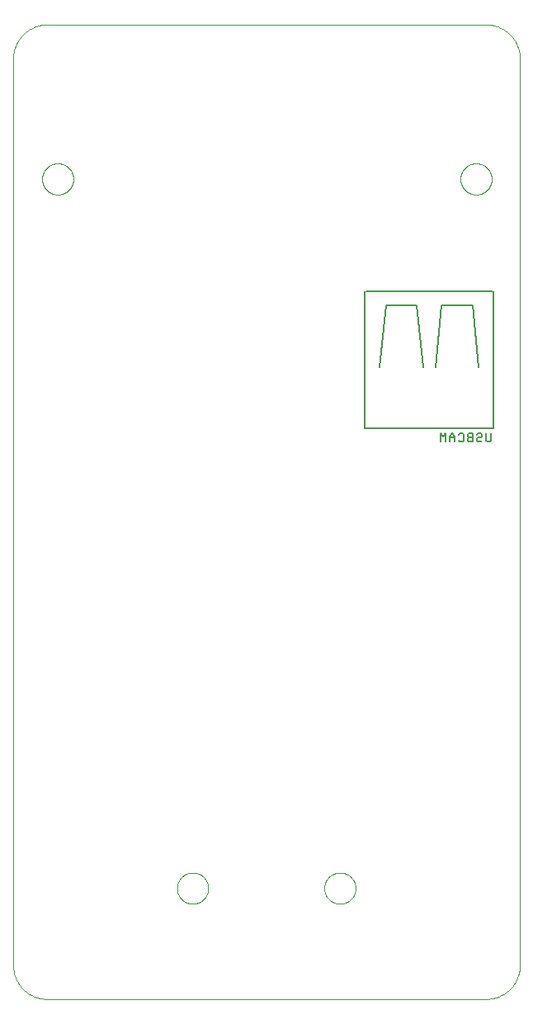
<source format=gbo>
G75*
%MOIN*%
%OFA0B0*%
%FSLAX25Y25*%
%IPPOS*%
%LPD*%
%AMOC8*
5,1,8,0,0,1.08239X$1,22.5*
%
%ADD10C,0.00394*%
%ADD11C,0.00000*%
%ADD12C,0.00500*%
%ADD13C,0.00700*%
D10*
X0008956Y0012414D02*
X0008781Y0012826D01*
X0008606Y0013238D01*
X0008450Y0013660D01*
X0008181Y0014521D01*
X0008067Y0014961D01*
X0007975Y0015408D01*
X0007882Y0015856D01*
X0007812Y0016311D01*
X0007765Y0016773D01*
X0007718Y0017234D01*
X0007693Y0017703D01*
X0007693Y0384792D01*
X0007718Y0385260D01*
X0007812Y0386183D01*
X0007882Y0386639D01*
X0007975Y0387086D01*
X0008067Y0387533D01*
X0008181Y0387973D01*
X0008316Y0388404D01*
X0008450Y0388835D01*
X0008606Y0389257D01*
X0008781Y0389668D01*
X0008956Y0390080D01*
X0009150Y0390482D01*
X0009363Y0390872D01*
X0009576Y0391263D01*
X0009807Y0391642D01*
X0010055Y0392008D01*
X0010303Y0392375D01*
X0010569Y0392729D01*
X0010850Y0393070D01*
X0011131Y0393411D01*
X0011429Y0393738D01*
X0011741Y0394050D01*
X0012053Y0394362D01*
X0012380Y0394659D01*
X0012721Y0394941D01*
X0013061Y0395222D01*
X0013416Y0395488D01*
X0013782Y0395736D01*
X0014149Y0395984D01*
X0014528Y0396215D01*
X0014919Y0396428D01*
X0015309Y0396641D01*
X0015711Y0396835D01*
X0016122Y0397010D01*
X0016534Y0397185D01*
X0016956Y0397341D01*
X0017387Y0397475D01*
X0017818Y0397610D01*
X0018257Y0397724D01*
X0019152Y0397908D01*
X0019607Y0397979D01*
X0020069Y0398026D01*
X0020531Y0398073D01*
X0020999Y0398098D01*
X0199112Y0398098D01*
X0199580Y0398073D01*
X0200042Y0398026D01*
X0200504Y0397979D01*
X0200959Y0397908D01*
X0201854Y0397724D01*
X0202293Y0397610D01*
X0202724Y0397475D01*
X0203155Y0397341D01*
X0203577Y0397185D01*
X0203989Y0397010D01*
X0204400Y0396835D01*
X0204802Y0396641D01*
X0205192Y0396428D01*
X0205583Y0396215D01*
X0205962Y0395984D01*
X0206695Y0395488D01*
X0207050Y0395222D01*
X0207731Y0394659D01*
X0208058Y0394362D01*
X0208682Y0393738D01*
X0208980Y0393411D01*
X0209261Y0393070D01*
X0209542Y0392729D01*
X0209808Y0392375D01*
X0210056Y0392008D01*
X0210304Y0391642D01*
X0210535Y0391263D01*
X0210748Y0390872D01*
X0210961Y0390482D01*
X0211155Y0390080D01*
X0211330Y0389668D01*
X0211505Y0389257D01*
X0211661Y0388835D01*
X0211796Y0388404D01*
X0211930Y0387973D01*
X0212044Y0387533D01*
X0212136Y0387086D01*
X0212229Y0386639D01*
X0212299Y0386183D01*
X0212393Y0385260D01*
X0212418Y0384792D01*
X0212418Y0017676D01*
X0212418Y0017703D02*
X0212393Y0017234D01*
X0212346Y0016773D01*
X0212299Y0016311D01*
X0212229Y0015856D01*
X0212136Y0015408D01*
X0212044Y0014961D01*
X0211930Y0014521D01*
X0211796Y0014090D01*
X0211661Y0013660D01*
X0211505Y0013238D01*
X0211330Y0012826D01*
X0211155Y0012414D01*
X0210961Y0012013D01*
X0210748Y0011622D01*
X0210535Y0011232D01*
X0210304Y0010853D01*
X0210056Y0010486D01*
X0209808Y0010119D01*
X0209542Y0009765D01*
X0209261Y0009424D01*
X0208980Y0009084D01*
X0208682Y0008757D01*
X0208058Y0008132D01*
X0207731Y0007835D01*
X0207390Y0007554D01*
X0207050Y0007272D01*
X0206695Y0007007D01*
X0206329Y0006758D01*
X0205962Y0006510D01*
X0205583Y0006279D01*
X0205192Y0006066D01*
X0204802Y0005853D01*
X0204400Y0005659D01*
X0203989Y0005484D01*
X0203577Y0005309D01*
X0203155Y0005154D01*
X0202724Y0005019D01*
X0202293Y0004884D01*
X0201854Y0004770D01*
X0200959Y0004586D01*
X0200504Y0004516D01*
X0200042Y0004468D01*
X0199580Y0004421D01*
X0199112Y0004397D01*
X0020999Y0004397D01*
X0020531Y0004421D01*
X0020069Y0004468D01*
X0019607Y0004516D01*
X0019152Y0004586D01*
X0018257Y0004770D01*
X0017818Y0004884D01*
X0017387Y0005019D01*
X0016956Y0005154D01*
X0016534Y0005309D01*
X0016122Y0005484D01*
X0015711Y0005659D01*
X0015309Y0005853D01*
X0014919Y0006066D01*
X0014528Y0006279D01*
X0014149Y0006510D01*
X0013782Y0006758D01*
X0013416Y0007007D01*
X0013061Y0007272D01*
X0012721Y0007554D01*
X0012380Y0007835D01*
X0012053Y0008132D01*
X0011741Y0008445D01*
X0011429Y0008757D01*
X0011131Y0009084D01*
X0010850Y0009424D01*
X0010569Y0009765D01*
X0010303Y0010119D01*
X0010055Y0010486D01*
X0009807Y0010853D01*
X0009576Y0011232D01*
X0009363Y0011622D01*
X0009150Y0012013D01*
X0008956Y0012414D01*
D11*
X0073901Y0049200D02*
X0073903Y0049358D01*
X0073909Y0049516D01*
X0073919Y0049674D01*
X0073933Y0049832D01*
X0073951Y0049989D01*
X0073972Y0050146D01*
X0073998Y0050302D01*
X0074028Y0050458D01*
X0074061Y0050613D01*
X0074099Y0050766D01*
X0074140Y0050919D01*
X0074185Y0051071D01*
X0074234Y0051222D01*
X0074287Y0051371D01*
X0074343Y0051519D01*
X0074403Y0051665D01*
X0074467Y0051810D01*
X0074535Y0051953D01*
X0074606Y0052095D01*
X0074680Y0052235D01*
X0074758Y0052372D01*
X0074840Y0052508D01*
X0074924Y0052642D01*
X0075013Y0052773D01*
X0075104Y0052902D01*
X0075199Y0053029D01*
X0075296Y0053154D01*
X0075397Y0053276D01*
X0075501Y0053395D01*
X0075608Y0053512D01*
X0075718Y0053626D01*
X0075831Y0053737D01*
X0075946Y0053846D01*
X0076064Y0053951D01*
X0076185Y0054053D01*
X0076308Y0054153D01*
X0076434Y0054249D01*
X0076562Y0054342D01*
X0076692Y0054432D01*
X0076825Y0054518D01*
X0076960Y0054602D01*
X0077096Y0054681D01*
X0077235Y0054758D01*
X0077376Y0054830D01*
X0077518Y0054900D01*
X0077662Y0054965D01*
X0077808Y0055027D01*
X0077955Y0055085D01*
X0078104Y0055140D01*
X0078254Y0055191D01*
X0078405Y0055238D01*
X0078557Y0055281D01*
X0078710Y0055320D01*
X0078865Y0055356D01*
X0079020Y0055387D01*
X0079176Y0055415D01*
X0079332Y0055439D01*
X0079489Y0055459D01*
X0079647Y0055475D01*
X0079804Y0055487D01*
X0079963Y0055495D01*
X0080121Y0055499D01*
X0080279Y0055499D01*
X0080437Y0055495D01*
X0080596Y0055487D01*
X0080753Y0055475D01*
X0080911Y0055459D01*
X0081068Y0055439D01*
X0081224Y0055415D01*
X0081380Y0055387D01*
X0081535Y0055356D01*
X0081690Y0055320D01*
X0081843Y0055281D01*
X0081995Y0055238D01*
X0082146Y0055191D01*
X0082296Y0055140D01*
X0082445Y0055085D01*
X0082592Y0055027D01*
X0082738Y0054965D01*
X0082882Y0054900D01*
X0083024Y0054830D01*
X0083165Y0054758D01*
X0083304Y0054681D01*
X0083440Y0054602D01*
X0083575Y0054518D01*
X0083708Y0054432D01*
X0083838Y0054342D01*
X0083966Y0054249D01*
X0084092Y0054153D01*
X0084215Y0054053D01*
X0084336Y0053951D01*
X0084454Y0053846D01*
X0084569Y0053737D01*
X0084682Y0053626D01*
X0084792Y0053512D01*
X0084899Y0053395D01*
X0085003Y0053276D01*
X0085104Y0053154D01*
X0085201Y0053029D01*
X0085296Y0052902D01*
X0085387Y0052773D01*
X0085476Y0052642D01*
X0085560Y0052508D01*
X0085642Y0052372D01*
X0085720Y0052235D01*
X0085794Y0052095D01*
X0085865Y0051953D01*
X0085933Y0051810D01*
X0085997Y0051665D01*
X0086057Y0051519D01*
X0086113Y0051371D01*
X0086166Y0051222D01*
X0086215Y0051071D01*
X0086260Y0050919D01*
X0086301Y0050766D01*
X0086339Y0050613D01*
X0086372Y0050458D01*
X0086402Y0050302D01*
X0086428Y0050146D01*
X0086449Y0049989D01*
X0086467Y0049832D01*
X0086481Y0049674D01*
X0086491Y0049516D01*
X0086497Y0049358D01*
X0086499Y0049200D01*
X0086497Y0049042D01*
X0086491Y0048884D01*
X0086481Y0048726D01*
X0086467Y0048568D01*
X0086449Y0048411D01*
X0086428Y0048254D01*
X0086402Y0048098D01*
X0086372Y0047942D01*
X0086339Y0047787D01*
X0086301Y0047634D01*
X0086260Y0047481D01*
X0086215Y0047329D01*
X0086166Y0047178D01*
X0086113Y0047029D01*
X0086057Y0046881D01*
X0085997Y0046735D01*
X0085933Y0046590D01*
X0085865Y0046447D01*
X0085794Y0046305D01*
X0085720Y0046165D01*
X0085642Y0046028D01*
X0085560Y0045892D01*
X0085476Y0045758D01*
X0085387Y0045627D01*
X0085296Y0045498D01*
X0085201Y0045371D01*
X0085104Y0045246D01*
X0085003Y0045124D01*
X0084899Y0045005D01*
X0084792Y0044888D01*
X0084682Y0044774D01*
X0084569Y0044663D01*
X0084454Y0044554D01*
X0084336Y0044449D01*
X0084215Y0044347D01*
X0084092Y0044247D01*
X0083966Y0044151D01*
X0083838Y0044058D01*
X0083708Y0043968D01*
X0083575Y0043882D01*
X0083440Y0043798D01*
X0083304Y0043719D01*
X0083165Y0043642D01*
X0083024Y0043570D01*
X0082882Y0043500D01*
X0082738Y0043435D01*
X0082592Y0043373D01*
X0082445Y0043315D01*
X0082296Y0043260D01*
X0082146Y0043209D01*
X0081995Y0043162D01*
X0081843Y0043119D01*
X0081690Y0043080D01*
X0081535Y0043044D01*
X0081380Y0043013D01*
X0081224Y0042985D01*
X0081068Y0042961D01*
X0080911Y0042941D01*
X0080753Y0042925D01*
X0080596Y0042913D01*
X0080437Y0042905D01*
X0080279Y0042901D01*
X0080121Y0042901D01*
X0079963Y0042905D01*
X0079804Y0042913D01*
X0079647Y0042925D01*
X0079489Y0042941D01*
X0079332Y0042961D01*
X0079176Y0042985D01*
X0079020Y0043013D01*
X0078865Y0043044D01*
X0078710Y0043080D01*
X0078557Y0043119D01*
X0078405Y0043162D01*
X0078254Y0043209D01*
X0078104Y0043260D01*
X0077955Y0043315D01*
X0077808Y0043373D01*
X0077662Y0043435D01*
X0077518Y0043500D01*
X0077376Y0043570D01*
X0077235Y0043642D01*
X0077096Y0043719D01*
X0076960Y0043798D01*
X0076825Y0043882D01*
X0076692Y0043968D01*
X0076562Y0044058D01*
X0076434Y0044151D01*
X0076308Y0044247D01*
X0076185Y0044347D01*
X0076064Y0044449D01*
X0075946Y0044554D01*
X0075831Y0044663D01*
X0075718Y0044774D01*
X0075608Y0044888D01*
X0075501Y0045005D01*
X0075397Y0045124D01*
X0075296Y0045246D01*
X0075199Y0045371D01*
X0075104Y0045498D01*
X0075013Y0045627D01*
X0074924Y0045758D01*
X0074840Y0045892D01*
X0074758Y0046028D01*
X0074680Y0046165D01*
X0074606Y0046305D01*
X0074535Y0046447D01*
X0074467Y0046590D01*
X0074403Y0046735D01*
X0074343Y0046881D01*
X0074287Y0047029D01*
X0074234Y0047178D01*
X0074185Y0047329D01*
X0074140Y0047481D01*
X0074099Y0047634D01*
X0074061Y0047787D01*
X0074028Y0047942D01*
X0073998Y0048098D01*
X0073972Y0048254D01*
X0073951Y0048411D01*
X0073933Y0048568D01*
X0073919Y0048726D01*
X0073909Y0048884D01*
X0073903Y0049042D01*
X0073901Y0049200D01*
X0133401Y0049200D02*
X0133403Y0049358D01*
X0133409Y0049516D01*
X0133419Y0049674D01*
X0133433Y0049832D01*
X0133451Y0049989D01*
X0133472Y0050146D01*
X0133498Y0050302D01*
X0133528Y0050458D01*
X0133561Y0050613D01*
X0133599Y0050766D01*
X0133640Y0050919D01*
X0133685Y0051071D01*
X0133734Y0051222D01*
X0133787Y0051371D01*
X0133843Y0051519D01*
X0133903Y0051665D01*
X0133967Y0051810D01*
X0134035Y0051953D01*
X0134106Y0052095D01*
X0134180Y0052235D01*
X0134258Y0052372D01*
X0134340Y0052508D01*
X0134424Y0052642D01*
X0134513Y0052773D01*
X0134604Y0052902D01*
X0134699Y0053029D01*
X0134796Y0053154D01*
X0134897Y0053276D01*
X0135001Y0053395D01*
X0135108Y0053512D01*
X0135218Y0053626D01*
X0135331Y0053737D01*
X0135446Y0053846D01*
X0135564Y0053951D01*
X0135685Y0054053D01*
X0135808Y0054153D01*
X0135934Y0054249D01*
X0136062Y0054342D01*
X0136192Y0054432D01*
X0136325Y0054518D01*
X0136460Y0054602D01*
X0136596Y0054681D01*
X0136735Y0054758D01*
X0136876Y0054830D01*
X0137018Y0054900D01*
X0137162Y0054965D01*
X0137308Y0055027D01*
X0137455Y0055085D01*
X0137604Y0055140D01*
X0137754Y0055191D01*
X0137905Y0055238D01*
X0138057Y0055281D01*
X0138210Y0055320D01*
X0138365Y0055356D01*
X0138520Y0055387D01*
X0138676Y0055415D01*
X0138832Y0055439D01*
X0138989Y0055459D01*
X0139147Y0055475D01*
X0139304Y0055487D01*
X0139463Y0055495D01*
X0139621Y0055499D01*
X0139779Y0055499D01*
X0139937Y0055495D01*
X0140096Y0055487D01*
X0140253Y0055475D01*
X0140411Y0055459D01*
X0140568Y0055439D01*
X0140724Y0055415D01*
X0140880Y0055387D01*
X0141035Y0055356D01*
X0141190Y0055320D01*
X0141343Y0055281D01*
X0141495Y0055238D01*
X0141646Y0055191D01*
X0141796Y0055140D01*
X0141945Y0055085D01*
X0142092Y0055027D01*
X0142238Y0054965D01*
X0142382Y0054900D01*
X0142524Y0054830D01*
X0142665Y0054758D01*
X0142804Y0054681D01*
X0142940Y0054602D01*
X0143075Y0054518D01*
X0143208Y0054432D01*
X0143338Y0054342D01*
X0143466Y0054249D01*
X0143592Y0054153D01*
X0143715Y0054053D01*
X0143836Y0053951D01*
X0143954Y0053846D01*
X0144069Y0053737D01*
X0144182Y0053626D01*
X0144292Y0053512D01*
X0144399Y0053395D01*
X0144503Y0053276D01*
X0144604Y0053154D01*
X0144701Y0053029D01*
X0144796Y0052902D01*
X0144887Y0052773D01*
X0144976Y0052642D01*
X0145060Y0052508D01*
X0145142Y0052372D01*
X0145220Y0052235D01*
X0145294Y0052095D01*
X0145365Y0051953D01*
X0145433Y0051810D01*
X0145497Y0051665D01*
X0145557Y0051519D01*
X0145613Y0051371D01*
X0145666Y0051222D01*
X0145715Y0051071D01*
X0145760Y0050919D01*
X0145801Y0050766D01*
X0145839Y0050613D01*
X0145872Y0050458D01*
X0145902Y0050302D01*
X0145928Y0050146D01*
X0145949Y0049989D01*
X0145967Y0049832D01*
X0145981Y0049674D01*
X0145991Y0049516D01*
X0145997Y0049358D01*
X0145999Y0049200D01*
X0145997Y0049042D01*
X0145991Y0048884D01*
X0145981Y0048726D01*
X0145967Y0048568D01*
X0145949Y0048411D01*
X0145928Y0048254D01*
X0145902Y0048098D01*
X0145872Y0047942D01*
X0145839Y0047787D01*
X0145801Y0047634D01*
X0145760Y0047481D01*
X0145715Y0047329D01*
X0145666Y0047178D01*
X0145613Y0047029D01*
X0145557Y0046881D01*
X0145497Y0046735D01*
X0145433Y0046590D01*
X0145365Y0046447D01*
X0145294Y0046305D01*
X0145220Y0046165D01*
X0145142Y0046028D01*
X0145060Y0045892D01*
X0144976Y0045758D01*
X0144887Y0045627D01*
X0144796Y0045498D01*
X0144701Y0045371D01*
X0144604Y0045246D01*
X0144503Y0045124D01*
X0144399Y0045005D01*
X0144292Y0044888D01*
X0144182Y0044774D01*
X0144069Y0044663D01*
X0143954Y0044554D01*
X0143836Y0044449D01*
X0143715Y0044347D01*
X0143592Y0044247D01*
X0143466Y0044151D01*
X0143338Y0044058D01*
X0143208Y0043968D01*
X0143075Y0043882D01*
X0142940Y0043798D01*
X0142804Y0043719D01*
X0142665Y0043642D01*
X0142524Y0043570D01*
X0142382Y0043500D01*
X0142238Y0043435D01*
X0142092Y0043373D01*
X0141945Y0043315D01*
X0141796Y0043260D01*
X0141646Y0043209D01*
X0141495Y0043162D01*
X0141343Y0043119D01*
X0141190Y0043080D01*
X0141035Y0043044D01*
X0140880Y0043013D01*
X0140724Y0042985D01*
X0140568Y0042961D01*
X0140411Y0042941D01*
X0140253Y0042925D01*
X0140096Y0042913D01*
X0139937Y0042905D01*
X0139779Y0042901D01*
X0139621Y0042901D01*
X0139463Y0042905D01*
X0139304Y0042913D01*
X0139147Y0042925D01*
X0138989Y0042941D01*
X0138832Y0042961D01*
X0138676Y0042985D01*
X0138520Y0043013D01*
X0138365Y0043044D01*
X0138210Y0043080D01*
X0138057Y0043119D01*
X0137905Y0043162D01*
X0137754Y0043209D01*
X0137604Y0043260D01*
X0137455Y0043315D01*
X0137308Y0043373D01*
X0137162Y0043435D01*
X0137018Y0043500D01*
X0136876Y0043570D01*
X0136735Y0043642D01*
X0136596Y0043719D01*
X0136460Y0043798D01*
X0136325Y0043882D01*
X0136192Y0043968D01*
X0136062Y0044058D01*
X0135934Y0044151D01*
X0135808Y0044247D01*
X0135685Y0044347D01*
X0135564Y0044449D01*
X0135446Y0044554D01*
X0135331Y0044663D01*
X0135218Y0044774D01*
X0135108Y0044888D01*
X0135001Y0045005D01*
X0134897Y0045124D01*
X0134796Y0045246D01*
X0134699Y0045371D01*
X0134604Y0045498D01*
X0134513Y0045627D01*
X0134424Y0045758D01*
X0134340Y0045892D01*
X0134258Y0046028D01*
X0134180Y0046165D01*
X0134106Y0046305D01*
X0134035Y0046447D01*
X0133967Y0046590D01*
X0133903Y0046735D01*
X0133843Y0046881D01*
X0133787Y0047029D01*
X0133734Y0047178D01*
X0133685Y0047329D01*
X0133640Y0047481D01*
X0133599Y0047634D01*
X0133561Y0047787D01*
X0133528Y0047942D01*
X0133498Y0048098D01*
X0133472Y0048254D01*
X0133451Y0048411D01*
X0133433Y0048568D01*
X0133419Y0048726D01*
X0133409Y0048884D01*
X0133403Y0049042D01*
X0133401Y0049200D01*
X0188401Y0335700D02*
X0188403Y0335858D01*
X0188409Y0336016D01*
X0188419Y0336174D01*
X0188433Y0336332D01*
X0188451Y0336489D01*
X0188472Y0336646D01*
X0188498Y0336802D01*
X0188528Y0336958D01*
X0188561Y0337113D01*
X0188599Y0337266D01*
X0188640Y0337419D01*
X0188685Y0337571D01*
X0188734Y0337722D01*
X0188787Y0337871D01*
X0188843Y0338019D01*
X0188903Y0338165D01*
X0188967Y0338310D01*
X0189035Y0338453D01*
X0189106Y0338595D01*
X0189180Y0338735D01*
X0189258Y0338872D01*
X0189340Y0339008D01*
X0189424Y0339142D01*
X0189513Y0339273D01*
X0189604Y0339402D01*
X0189699Y0339529D01*
X0189796Y0339654D01*
X0189897Y0339776D01*
X0190001Y0339895D01*
X0190108Y0340012D01*
X0190218Y0340126D01*
X0190331Y0340237D01*
X0190446Y0340346D01*
X0190564Y0340451D01*
X0190685Y0340553D01*
X0190808Y0340653D01*
X0190934Y0340749D01*
X0191062Y0340842D01*
X0191192Y0340932D01*
X0191325Y0341018D01*
X0191460Y0341102D01*
X0191596Y0341181D01*
X0191735Y0341258D01*
X0191876Y0341330D01*
X0192018Y0341400D01*
X0192162Y0341465D01*
X0192308Y0341527D01*
X0192455Y0341585D01*
X0192604Y0341640D01*
X0192754Y0341691D01*
X0192905Y0341738D01*
X0193057Y0341781D01*
X0193210Y0341820D01*
X0193365Y0341856D01*
X0193520Y0341887D01*
X0193676Y0341915D01*
X0193832Y0341939D01*
X0193989Y0341959D01*
X0194147Y0341975D01*
X0194304Y0341987D01*
X0194463Y0341995D01*
X0194621Y0341999D01*
X0194779Y0341999D01*
X0194937Y0341995D01*
X0195096Y0341987D01*
X0195253Y0341975D01*
X0195411Y0341959D01*
X0195568Y0341939D01*
X0195724Y0341915D01*
X0195880Y0341887D01*
X0196035Y0341856D01*
X0196190Y0341820D01*
X0196343Y0341781D01*
X0196495Y0341738D01*
X0196646Y0341691D01*
X0196796Y0341640D01*
X0196945Y0341585D01*
X0197092Y0341527D01*
X0197238Y0341465D01*
X0197382Y0341400D01*
X0197524Y0341330D01*
X0197665Y0341258D01*
X0197804Y0341181D01*
X0197940Y0341102D01*
X0198075Y0341018D01*
X0198208Y0340932D01*
X0198338Y0340842D01*
X0198466Y0340749D01*
X0198592Y0340653D01*
X0198715Y0340553D01*
X0198836Y0340451D01*
X0198954Y0340346D01*
X0199069Y0340237D01*
X0199182Y0340126D01*
X0199292Y0340012D01*
X0199399Y0339895D01*
X0199503Y0339776D01*
X0199604Y0339654D01*
X0199701Y0339529D01*
X0199796Y0339402D01*
X0199887Y0339273D01*
X0199976Y0339142D01*
X0200060Y0339008D01*
X0200142Y0338872D01*
X0200220Y0338735D01*
X0200294Y0338595D01*
X0200365Y0338453D01*
X0200433Y0338310D01*
X0200497Y0338165D01*
X0200557Y0338019D01*
X0200613Y0337871D01*
X0200666Y0337722D01*
X0200715Y0337571D01*
X0200760Y0337419D01*
X0200801Y0337266D01*
X0200839Y0337113D01*
X0200872Y0336958D01*
X0200902Y0336802D01*
X0200928Y0336646D01*
X0200949Y0336489D01*
X0200967Y0336332D01*
X0200981Y0336174D01*
X0200991Y0336016D01*
X0200997Y0335858D01*
X0200999Y0335700D01*
X0200997Y0335542D01*
X0200991Y0335384D01*
X0200981Y0335226D01*
X0200967Y0335068D01*
X0200949Y0334911D01*
X0200928Y0334754D01*
X0200902Y0334598D01*
X0200872Y0334442D01*
X0200839Y0334287D01*
X0200801Y0334134D01*
X0200760Y0333981D01*
X0200715Y0333829D01*
X0200666Y0333678D01*
X0200613Y0333529D01*
X0200557Y0333381D01*
X0200497Y0333235D01*
X0200433Y0333090D01*
X0200365Y0332947D01*
X0200294Y0332805D01*
X0200220Y0332665D01*
X0200142Y0332528D01*
X0200060Y0332392D01*
X0199976Y0332258D01*
X0199887Y0332127D01*
X0199796Y0331998D01*
X0199701Y0331871D01*
X0199604Y0331746D01*
X0199503Y0331624D01*
X0199399Y0331505D01*
X0199292Y0331388D01*
X0199182Y0331274D01*
X0199069Y0331163D01*
X0198954Y0331054D01*
X0198836Y0330949D01*
X0198715Y0330847D01*
X0198592Y0330747D01*
X0198466Y0330651D01*
X0198338Y0330558D01*
X0198208Y0330468D01*
X0198075Y0330382D01*
X0197940Y0330298D01*
X0197804Y0330219D01*
X0197665Y0330142D01*
X0197524Y0330070D01*
X0197382Y0330000D01*
X0197238Y0329935D01*
X0197092Y0329873D01*
X0196945Y0329815D01*
X0196796Y0329760D01*
X0196646Y0329709D01*
X0196495Y0329662D01*
X0196343Y0329619D01*
X0196190Y0329580D01*
X0196035Y0329544D01*
X0195880Y0329513D01*
X0195724Y0329485D01*
X0195568Y0329461D01*
X0195411Y0329441D01*
X0195253Y0329425D01*
X0195096Y0329413D01*
X0194937Y0329405D01*
X0194779Y0329401D01*
X0194621Y0329401D01*
X0194463Y0329405D01*
X0194304Y0329413D01*
X0194147Y0329425D01*
X0193989Y0329441D01*
X0193832Y0329461D01*
X0193676Y0329485D01*
X0193520Y0329513D01*
X0193365Y0329544D01*
X0193210Y0329580D01*
X0193057Y0329619D01*
X0192905Y0329662D01*
X0192754Y0329709D01*
X0192604Y0329760D01*
X0192455Y0329815D01*
X0192308Y0329873D01*
X0192162Y0329935D01*
X0192018Y0330000D01*
X0191876Y0330070D01*
X0191735Y0330142D01*
X0191596Y0330219D01*
X0191460Y0330298D01*
X0191325Y0330382D01*
X0191192Y0330468D01*
X0191062Y0330558D01*
X0190934Y0330651D01*
X0190808Y0330747D01*
X0190685Y0330847D01*
X0190564Y0330949D01*
X0190446Y0331054D01*
X0190331Y0331163D01*
X0190218Y0331274D01*
X0190108Y0331388D01*
X0190001Y0331505D01*
X0189897Y0331624D01*
X0189796Y0331746D01*
X0189699Y0331871D01*
X0189604Y0331998D01*
X0189513Y0332127D01*
X0189424Y0332258D01*
X0189340Y0332392D01*
X0189258Y0332528D01*
X0189180Y0332665D01*
X0189106Y0332805D01*
X0189035Y0332947D01*
X0188967Y0333090D01*
X0188903Y0333235D01*
X0188843Y0333381D01*
X0188787Y0333529D01*
X0188734Y0333678D01*
X0188685Y0333829D01*
X0188640Y0333981D01*
X0188599Y0334134D01*
X0188561Y0334287D01*
X0188528Y0334442D01*
X0188498Y0334598D01*
X0188472Y0334754D01*
X0188451Y0334911D01*
X0188433Y0335068D01*
X0188419Y0335226D01*
X0188409Y0335384D01*
X0188403Y0335542D01*
X0188401Y0335700D01*
X0019401Y0335700D02*
X0019403Y0335858D01*
X0019409Y0336016D01*
X0019419Y0336174D01*
X0019433Y0336332D01*
X0019451Y0336489D01*
X0019472Y0336646D01*
X0019498Y0336802D01*
X0019528Y0336958D01*
X0019561Y0337113D01*
X0019599Y0337266D01*
X0019640Y0337419D01*
X0019685Y0337571D01*
X0019734Y0337722D01*
X0019787Y0337871D01*
X0019843Y0338019D01*
X0019903Y0338165D01*
X0019967Y0338310D01*
X0020035Y0338453D01*
X0020106Y0338595D01*
X0020180Y0338735D01*
X0020258Y0338872D01*
X0020340Y0339008D01*
X0020424Y0339142D01*
X0020513Y0339273D01*
X0020604Y0339402D01*
X0020699Y0339529D01*
X0020796Y0339654D01*
X0020897Y0339776D01*
X0021001Y0339895D01*
X0021108Y0340012D01*
X0021218Y0340126D01*
X0021331Y0340237D01*
X0021446Y0340346D01*
X0021564Y0340451D01*
X0021685Y0340553D01*
X0021808Y0340653D01*
X0021934Y0340749D01*
X0022062Y0340842D01*
X0022192Y0340932D01*
X0022325Y0341018D01*
X0022460Y0341102D01*
X0022596Y0341181D01*
X0022735Y0341258D01*
X0022876Y0341330D01*
X0023018Y0341400D01*
X0023162Y0341465D01*
X0023308Y0341527D01*
X0023455Y0341585D01*
X0023604Y0341640D01*
X0023754Y0341691D01*
X0023905Y0341738D01*
X0024057Y0341781D01*
X0024210Y0341820D01*
X0024365Y0341856D01*
X0024520Y0341887D01*
X0024676Y0341915D01*
X0024832Y0341939D01*
X0024989Y0341959D01*
X0025147Y0341975D01*
X0025304Y0341987D01*
X0025463Y0341995D01*
X0025621Y0341999D01*
X0025779Y0341999D01*
X0025937Y0341995D01*
X0026096Y0341987D01*
X0026253Y0341975D01*
X0026411Y0341959D01*
X0026568Y0341939D01*
X0026724Y0341915D01*
X0026880Y0341887D01*
X0027035Y0341856D01*
X0027190Y0341820D01*
X0027343Y0341781D01*
X0027495Y0341738D01*
X0027646Y0341691D01*
X0027796Y0341640D01*
X0027945Y0341585D01*
X0028092Y0341527D01*
X0028238Y0341465D01*
X0028382Y0341400D01*
X0028524Y0341330D01*
X0028665Y0341258D01*
X0028804Y0341181D01*
X0028940Y0341102D01*
X0029075Y0341018D01*
X0029208Y0340932D01*
X0029338Y0340842D01*
X0029466Y0340749D01*
X0029592Y0340653D01*
X0029715Y0340553D01*
X0029836Y0340451D01*
X0029954Y0340346D01*
X0030069Y0340237D01*
X0030182Y0340126D01*
X0030292Y0340012D01*
X0030399Y0339895D01*
X0030503Y0339776D01*
X0030604Y0339654D01*
X0030701Y0339529D01*
X0030796Y0339402D01*
X0030887Y0339273D01*
X0030976Y0339142D01*
X0031060Y0339008D01*
X0031142Y0338872D01*
X0031220Y0338735D01*
X0031294Y0338595D01*
X0031365Y0338453D01*
X0031433Y0338310D01*
X0031497Y0338165D01*
X0031557Y0338019D01*
X0031613Y0337871D01*
X0031666Y0337722D01*
X0031715Y0337571D01*
X0031760Y0337419D01*
X0031801Y0337266D01*
X0031839Y0337113D01*
X0031872Y0336958D01*
X0031902Y0336802D01*
X0031928Y0336646D01*
X0031949Y0336489D01*
X0031967Y0336332D01*
X0031981Y0336174D01*
X0031991Y0336016D01*
X0031997Y0335858D01*
X0031999Y0335700D01*
X0031997Y0335542D01*
X0031991Y0335384D01*
X0031981Y0335226D01*
X0031967Y0335068D01*
X0031949Y0334911D01*
X0031928Y0334754D01*
X0031902Y0334598D01*
X0031872Y0334442D01*
X0031839Y0334287D01*
X0031801Y0334134D01*
X0031760Y0333981D01*
X0031715Y0333829D01*
X0031666Y0333678D01*
X0031613Y0333529D01*
X0031557Y0333381D01*
X0031497Y0333235D01*
X0031433Y0333090D01*
X0031365Y0332947D01*
X0031294Y0332805D01*
X0031220Y0332665D01*
X0031142Y0332528D01*
X0031060Y0332392D01*
X0030976Y0332258D01*
X0030887Y0332127D01*
X0030796Y0331998D01*
X0030701Y0331871D01*
X0030604Y0331746D01*
X0030503Y0331624D01*
X0030399Y0331505D01*
X0030292Y0331388D01*
X0030182Y0331274D01*
X0030069Y0331163D01*
X0029954Y0331054D01*
X0029836Y0330949D01*
X0029715Y0330847D01*
X0029592Y0330747D01*
X0029466Y0330651D01*
X0029338Y0330558D01*
X0029208Y0330468D01*
X0029075Y0330382D01*
X0028940Y0330298D01*
X0028804Y0330219D01*
X0028665Y0330142D01*
X0028524Y0330070D01*
X0028382Y0330000D01*
X0028238Y0329935D01*
X0028092Y0329873D01*
X0027945Y0329815D01*
X0027796Y0329760D01*
X0027646Y0329709D01*
X0027495Y0329662D01*
X0027343Y0329619D01*
X0027190Y0329580D01*
X0027035Y0329544D01*
X0026880Y0329513D01*
X0026724Y0329485D01*
X0026568Y0329461D01*
X0026411Y0329441D01*
X0026253Y0329425D01*
X0026096Y0329413D01*
X0025937Y0329405D01*
X0025779Y0329401D01*
X0025621Y0329401D01*
X0025463Y0329405D01*
X0025304Y0329413D01*
X0025147Y0329425D01*
X0024989Y0329441D01*
X0024832Y0329461D01*
X0024676Y0329485D01*
X0024520Y0329513D01*
X0024365Y0329544D01*
X0024210Y0329580D01*
X0024057Y0329619D01*
X0023905Y0329662D01*
X0023754Y0329709D01*
X0023604Y0329760D01*
X0023455Y0329815D01*
X0023308Y0329873D01*
X0023162Y0329935D01*
X0023018Y0330000D01*
X0022876Y0330070D01*
X0022735Y0330142D01*
X0022596Y0330219D01*
X0022460Y0330298D01*
X0022325Y0330382D01*
X0022192Y0330468D01*
X0022062Y0330558D01*
X0021934Y0330651D01*
X0021808Y0330747D01*
X0021685Y0330847D01*
X0021564Y0330949D01*
X0021446Y0331054D01*
X0021331Y0331163D01*
X0021218Y0331274D01*
X0021108Y0331388D01*
X0021001Y0331505D01*
X0020897Y0331624D01*
X0020796Y0331746D01*
X0020699Y0331871D01*
X0020604Y0331998D01*
X0020513Y0332127D01*
X0020424Y0332258D01*
X0020340Y0332392D01*
X0020258Y0332528D01*
X0020180Y0332665D01*
X0020106Y0332805D01*
X0020035Y0332947D01*
X0019967Y0333090D01*
X0019903Y0333235D01*
X0019843Y0333381D01*
X0019787Y0333529D01*
X0019734Y0333678D01*
X0019685Y0333829D01*
X0019640Y0333981D01*
X0019599Y0334134D01*
X0019561Y0334287D01*
X0019528Y0334442D01*
X0019498Y0334598D01*
X0019472Y0334754D01*
X0019451Y0334911D01*
X0019433Y0335068D01*
X0019419Y0335226D01*
X0019409Y0335384D01*
X0019403Y0335542D01*
X0019401Y0335700D01*
D12*
X0149850Y0290200D02*
X0149850Y0235150D01*
X0150100Y0235100D02*
X0201300Y0235100D01*
X0201550Y0235150D02*
X0201550Y0290200D01*
X0201200Y0290200D02*
X0150200Y0290200D01*
X0158200Y0284700D02*
X0170700Y0284700D01*
X0173200Y0259700D01*
X0178200Y0259700D02*
X0180700Y0284700D01*
X0193200Y0284700D01*
X0195700Y0259700D01*
X0155700Y0259700D02*
X0158200Y0284700D01*
D13*
X0180232Y0232853D02*
X0180232Y0229550D01*
X0182434Y0229550D02*
X0182434Y0232853D01*
X0181333Y0231752D01*
X0180232Y0232853D01*
X0183916Y0231752D02*
X0183916Y0229550D01*
X0183916Y0231201D02*
X0186117Y0231201D01*
X0186117Y0231752D02*
X0185016Y0232853D01*
X0183916Y0231752D01*
X0186117Y0231752D02*
X0186117Y0229550D01*
X0187599Y0230100D02*
X0188149Y0229550D01*
X0189250Y0229550D01*
X0189801Y0230100D01*
X0189801Y0232302D01*
X0189250Y0232853D01*
X0188149Y0232853D01*
X0187599Y0232302D01*
X0191282Y0232302D02*
X0191282Y0231752D01*
X0191832Y0231201D01*
X0193484Y0231201D01*
X0194965Y0230651D02*
X0194965Y0230100D01*
X0195515Y0229550D01*
X0196616Y0229550D01*
X0197167Y0230100D01*
X0196616Y0231201D02*
X0195515Y0231201D01*
X0194965Y0230651D01*
X0194965Y0232302D02*
X0195515Y0232853D01*
X0196616Y0232853D01*
X0197167Y0232302D01*
X0197167Y0231752D01*
X0196616Y0231201D01*
X0198648Y0230100D02*
X0199199Y0229550D01*
X0200300Y0229550D01*
X0200850Y0230100D01*
X0200850Y0232853D01*
X0198648Y0232853D02*
X0198648Y0230100D01*
X0193484Y0229550D02*
X0191832Y0229550D01*
X0191282Y0230100D01*
X0191282Y0230651D01*
X0191832Y0231201D01*
X0191282Y0232302D02*
X0191832Y0232853D01*
X0193484Y0232853D01*
X0193484Y0229550D01*
M02*

</source>
